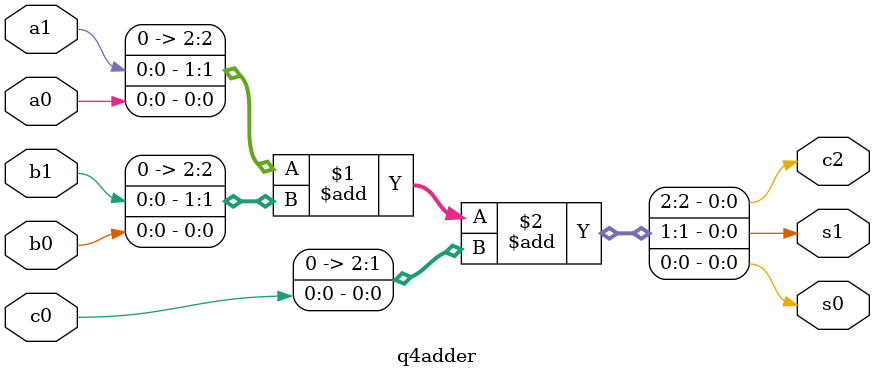
<source format=sv>
`timescale 1ns/1ns
module q4adder (input a1,a0,b1,b0,c0, output c2,s1,s0);
	assign #36 {c2,s1,s0}={a1,a0}+{b1,b0}+{c0};
endmodule

</source>
